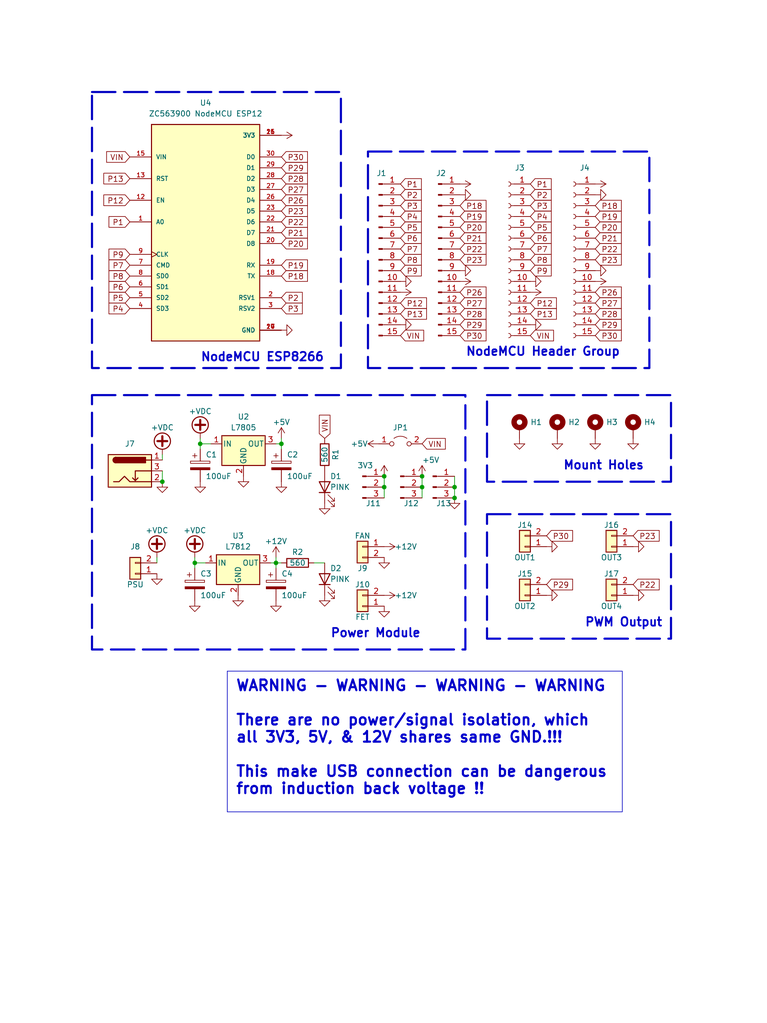
<source format=kicad_sch>
(kicad_sch (version 20230121) (generator eeschema)
  (paper "User" 180.01 240.005)
  (title_block (title "Lampunya Wira") (date "2024-08-07") (rev "A") (company "Unemployee, Inc"))
  (lib_symbols
    (symbol "Connector:Barrel_Jack_Switch" (pin_names hide)
      (property "Reference" "J" (at 0 5.334 0))
      (property "Value" "Barrel_Jack_Switch" (at 0 -5.08 0))
      (symbol "Barrel_Jack_Switch_0_1"
        (rectangle (start -5.08 3.81) (end 5.08 -3.81) (stroke (width 0.254)) (fill (type background)))
        (arc (start -3.302 3.175) (mid -3.9343 2.54) (end -3.302 1.905) (stroke (width 0.254)))
        (arc (start -3.302 3.175) (mid -3.9343 2.54) (end -3.302 1.905) (stroke (width 0.254)) (fill (type outline)))
        (polyline (pts (xy 1.27 -2.286) (xy 1.905 -1.651)) (stroke (width 0.254)))
        (polyline (pts (xy 5.08 2.54) (xy 3.81 2.54)) (stroke (width 0.254)))
        (polyline (pts (xy 5.08 0) (xy 1.27 0) (xy 1.27 -2.286) (xy 0.635 -1.651)) (stroke (width 0.254)))
        (polyline (pts (xy -3.81 -2.54) (xy -2.54 -2.54) (xy -1.27 -1.27) (xy 0 -2.54) (xy 2.54 -2.54) (xy 5.08 -2.54)) (stroke (width 0.254)))
        (rectangle (start 3.683 3.175) (end -3.302 1.905) (stroke (width 0.254)) (fill (type outline)))
      )
      (symbol "Barrel_Jack_Switch_1_1"
        (pin passive line (at 7.62 2.54 180) (length 2.54) (name "~") (number "1"))
        (pin passive line (at 7.62 -2.54 180) (length 2.54) (name "~") (number "2"))
        (pin passive line (at 7.62 0 180) (length 2.54) (name "~") (number "3"))
      )
    )
    (symbol "Connector:Conn_01x03_Pin" (pin_names (offset 1.016) hide)
      (property "Reference" "J" (at 0 5.08 0))
      (property "Value" "Conn_01x03_Pin" (at 0 -5.08 0))
      (symbol "Conn_01x03_Pin_1_1"
        (polyline (pts (xy 1.27 -2.54) (xy 0.8636 -2.54)) (stroke (width 0.1524)))
        (polyline (pts (xy 1.27 0) (xy 0.8636 0)) (stroke (width 0.1524)))
        (polyline (pts (xy 1.27 2.54) (xy 0.8636 2.54)) (stroke (width 0.1524)))
        (rectangle (start 0.8636 -2.413) (end 0 -2.667) (stroke (width 0.1524)) (fill (type outline)))
        (rectangle (start 0.8636 0.127) (end 0 -0.127) (stroke (width 0.1524)) (fill (type outline)))
        (rectangle (start 0.8636 2.667) (end 0 2.413) (stroke (width 0.1524)) (fill (type outline)))
        (pin passive line (at 5.08 2.54 180) (length 3.81) (name "Pin_1") (number "1"))
        (pin passive line (at 5.08 0 180) (length 3.81) (name "Pin_2") (number "2"))
        (pin passive line (at 5.08 -2.54 180) (length 3.81) (name "Pin_3") (number "3"))
      )
    )
    (symbol "Connector:Conn_01x15_Pin" (pin_names (offset 1.016) hide)
      (property "Reference" "J" (at 0 20.32 0))
      (property "Value" "Conn_01x15_Pin" (at 0 -20.32 0))
      (symbol "Conn_01x15_Pin_1_1"
        (polyline (pts (xy 1.27 -17.78) (xy 0.8636 -17.78)) (stroke (width 0.1524)))
        (polyline (pts (xy 1.27 -15.24) (xy 0.8636 -15.24)) (stroke (width 0.1524)))
        (polyline (pts (xy 1.27 -12.7) (xy 0.8636 -12.7)) (stroke (width 0.1524)))
        (polyline (pts (xy 1.27 -10.16) (xy 0.8636 -10.16)) (stroke (width 0.1524)))
        (polyline (pts (xy 1.27 -7.62) (xy 0.8636 -7.62)) (stroke (width 0.1524)))
        (polyline (pts (xy 1.27 -5.08) (xy 0.8636 -5.08)) (stroke (width 0.1524)))
        (polyline (pts (xy 1.27 -2.54) (xy 0.8636 -2.54)) (stroke (width 0.1524)))
        (polyline (pts (xy 1.27 0) (xy 0.8636 0)) (stroke (width 0.1524)))
        (polyline (pts (xy 1.27 2.54) (xy 0.8636 2.54)) (stroke (width 0.1524)))
        (polyline (pts (xy 1.27 5.08) (xy 0.8636 5.08)) (stroke (width 0.1524)))
        (polyline (pts (xy 1.27 7.62) (xy 0.8636 7.62)) (stroke (width 0.1524)))
        (polyline (pts (xy 1.27 10.16) (xy 0.8636 10.16)) (stroke (width 0.1524)))
        (polyline (pts (xy 1.27 12.7) (xy 0.8636 12.7)) (stroke (width 0.1524)))
        (polyline (pts (xy 1.27 15.24) (xy 0.8636 15.24)) (stroke (width 0.1524)))
        (polyline (pts (xy 1.27 17.78) (xy 0.8636 17.78)) (stroke (width 0.1524)))
        (rectangle (start 0.8636 -17.653) (end 0 -17.907) (stroke (width 0.1524)) (fill (type outline)))
        (rectangle (start 0.8636 -15.113) (end 0 -15.367) (stroke (width 0.1524)) (fill (type outline)))
        (rectangle (start 0.8636 -12.573) (end 0 -12.827) (stroke (width 0.1524)) (fill (type outline)))
        (rectangle (start 0.8636 -10.033) (end 0 -10.287) (stroke (width 0.1524)) (fill (type outline)))
        (rectangle (start 0.8636 -7.493) (end 0 -7.747) (stroke (width 0.1524)) (fill (type outline)))
        (rectangle (start 0.8636 -4.953) (end 0 -5.207) (stroke (width 0.1524)) (fill (type outline)))
        (rectangle (start 0.8636 -2.413) (end 0 -2.667) (stroke (width 0.1524)) (fill (type outline)))
        (rectangle (start 0.8636 0.127) (end 0 -0.127) (stroke (width 0.1524)) (fill (type outline)))
        (rectangle (start 0.8636 2.667) (end 0 2.413) (stroke (width 0.1524)) (fill (type outline)))
        (rectangle (start 0.8636 5.207) (end 0 4.953) (stroke (width 0.1524)) (fill (type outline)))
        (rectangle (start 0.8636 7.747) (end 0 7.493) (stroke (width 0.1524)) (fill (type outline)))
        (rectangle (start 0.8636 10.287) (end 0 10.033) (stroke (width 0.1524)) (fill (type outline)))
        (rectangle (start 0.8636 12.827) (end 0 12.573) (stroke (width 0.1524)) (fill (type outline)))
        (rectangle (start 0.8636 15.367) (end 0 15.113) (stroke (width 0.1524)) (fill (type outline)))
        (rectangle (start 0.8636 17.907) (end 0 17.653) (stroke (width 0.1524)) (fill (type outline)))
        (pin passive line (at 5.08 17.78 180) (length 3.81) (name "Pin_1") (number "1"))
        (pin passive line (at 5.08 -5.08 180) (length 3.81) (name "Pin_10") (number "10"))
        (pin passive line (at 5.08 -7.62 180) (length 3.81) (name "Pin_11") (number "11"))
        (pin passive line (at 5.08 -10.16 180) (length 3.81) (name "Pin_12") (number "12"))
        (pin passive line (at 5.08 -12.7 180) (length 3.81) (name "Pin_13") (number "13"))
        (pin passive line (at 5.08 -15.24 180) (length 3.81) (name "Pin_14") (number "14"))
        (pin passive line (at 5.08 -17.78 180) (length 3.81) (name "Pin_15") (number "15"))
        (pin passive line (at 5.08 15.24 180) (length 3.81) (name "Pin_2") (number "2"))
        (pin passive line (at 5.08 12.7 180) (length 3.81) (name "Pin_3") (number "3"))
        (pin passive line (at 5.08 10.16 180) (length 3.81) (name "Pin_4") (number "4"))
        (pin passive line (at 5.08 7.62 180) (length 3.81) (name "Pin_5") (number "5"))
        (pin passive line (at 5.08 5.08 180) (length 3.81) (name "Pin_6") (number "6"))
        (pin passive line (at 5.08 2.54 180) (length 3.81) (name "Pin_7") (number "7"))
        (pin passive line (at 5.08 0 180) (length 3.81) (name "Pin_8") (number "8"))
        (pin passive line (at 5.08 -2.54 180) (length 3.81) (name "Pin_9") (number "9"))
      )
    )
    (symbol "Connector:Conn_01x15_Socket" (pin_names (offset 1.016) hide)
      (property "Reference" "J" (at 0 20.32 0))
      (property "Value" "Conn_01x15_Socket" (at 0 -20.32 0))
      (symbol "Conn_01x15_Socket_1_1"
        (arc (start 0 -17.272) (mid -0.5058 -17.78) (end 0 -18.288) (stroke (width 0.1524)))
        (arc (start 0 -14.732) (mid -0.5058 -15.24) (end 0 -15.748) (stroke (width 0.1524)))
        (arc (start 0 -12.192) (mid -0.5058 -12.7) (end 0 -13.208) (stroke (width 0.1524)))
        (arc (start 0 -9.652) (mid -0.5058 -10.16) (end 0 -10.668) (stroke (width 0.1524)))
        (arc (start 0 -7.112) (mid -0.5058 -7.62) (end 0 -8.128) (stroke (width 0.1524)))
        (arc (start 0 -4.572) (mid -0.5058 -5.08) (end 0 -5.588) (stroke (width 0.1524)))
        (arc (start 0 -2.032) (mid -0.5058 -2.54) (end 0 -3.048) (stroke (width 0.1524)))
        (polyline (pts (xy -1.27 -17.78) (xy -0.508 -17.78)) (stroke (width 0.1524)))
        (polyline (pts (xy -1.27 -15.24) (xy -0.508 -15.24)) (stroke (width 0.1524)))
        (polyline (pts (xy -1.27 -12.7) (xy -0.508 -12.7)) (stroke (width 0.1524)))
        (polyline (pts (xy -1.27 -10.16) (xy -0.508 -10.16)) (stroke (width 0.1524)))
        (polyline (pts (xy -1.27 -7.62) (xy -0.508 -7.62)) (stroke (width 0.1524)))
        (polyline (pts (xy -1.27 -5.08) (xy -0.508 -5.08)) (stroke (width 0.1524)))
        (polyline (pts (xy -1.27 -2.54) (xy -0.508 -2.54)) (stroke (width 0.1524)))
        (polyline (pts (xy -1.27 0) (xy -0.508 0)) (stroke (width 0.1524)))
        (polyline (pts (xy -1.27 2.54) (xy -0.508 2.54)) (stroke (width 0.1524)))
        (polyline (pts (xy -1.27 5.08) (xy -0.508 5.08)) (stroke (width 0.1524)))
        (polyline (pts (xy -1.27 7.62) (xy -0.508 7.62)) (stroke (width 0.1524)))
        (polyline (pts (xy -1.27 10.16) (xy -0.508 10.16)) (stroke (width 0.1524)))
        (polyline (pts (xy -1.27 12.7) (xy -0.508 12.7)) (stroke (width 0.1524)))
        (polyline (pts (xy -1.27 15.24) (xy -0.508 15.24)) (stroke (width 0.1524)))
        (polyline (pts (xy -1.27 17.78) (xy -0.508 17.78)) (stroke (width 0.1524)))
        (arc (start 0 0.508) (mid -0.5058 0) (end 0 -0.508) (stroke (width 0.1524)))
        (arc (start 0 3.048) (mid -0.5058 2.54) (end 0 2.032) (stroke (width 0.1524)))
        (arc (start 0 5.588) (mid -0.5058 5.08) (end 0 4.572) (stroke (width 0.1524)))
        (arc (start 0 8.128) (mid -0.5058 7.62) (end 0 7.112) (stroke (width 0.1524)))
        (arc (start 0 10.668) (mid -0.5058 10.16) (end 0 9.652) (stroke (width 0.1524)))
        (arc (start 0 13.208) (mid -0.5058 12.7) (end 0 12.192) (stroke (width 0.1524)))
        (arc (start 0 15.748) (mid -0.5058 15.24) (end 0 14.732) (stroke (width 0.1524)))
        (arc (start 0 18.288) (mid -0.5058 17.78) (end 0 17.272) (stroke (width 0.1524)))
        (pin passive line (at -5.08 17.78 0) (length 3.81) (name "Pin_1") (number "1"))
        (pin passive line (at -5.08 -5.08 0) (length 3.81) (name "Pin_10") (number "10"))
        (pin passive line (at -5.08 -7.62 0) (length 3.81) (name "Pin_11") (number "11"))
        (pin passive line (at -5.08 -10.16 0) (length 3.81) (name "Pin_12") (number "12"))
        (pin passive line (at -5.08 -12.7 0) (length 3.81) (name "Pin_13") (number "13"))
        (pin passive line (at -5.08 -15.24 0) (length 3.81) (name "Pin_14") (number "14"))
        (pin passive line (at -5.08 -17.78 0) (length 3.81) (name "Pin_15") (number "15"))
        (pin passive line (at -5.08 15.24 0) (length 3.81) (name "Pin_2") (number "2"))
        (pin passive line (at -5.08 12.7 0) (length 3.81) (name "Pin_3") (number "3"))
        (pin passive line (at -5.08 10.16 0) (length 3.81) (name "Pin_4") (number "4"))
        (pin passive line (at -5.08 7.62 0) (length 3.81) (name "Pin_5") (number "5"))
        (pin passive line (at -5.08 5.08 0) (length 3.81) (name "Pin_6") (number "6"))
        (pin passive line (at -5.08 2.54 0) (length 3.81) (name "Pin_7") (number "7"))
        (pin passive line (at -5.08 0 0) (length 3.81) (name "Pin_8") (number "8"))
        (pin passive line (at -5.08 -2.54 0) (length 3.81) (name "Pin_9") (number "9"))
      )
    )
    (symbol "Connector_Generic:Conn_01x02" (pin_names (offset 1.016) hide)
      (property "Reference" "J" (at 0 2.54 0))
      (property "Value" "Conn_01x02" (at 0 -5.08 0))
      (symbol "Conn_01x02_1_1"
        (rectangle (start -1.27 -2.413) (end 0 -2.667) (stroke (width 0.1524)))
        (rectangle (start -1.27 0.127) (end 0 -0.127) (stroke (width 0.1524)))
        (rectangle (start -1.27 1.27) (end 1.27 -3.81) (stroke (width 0.254)) (fill (type background)))
        (pin passive line (at -5.08 0 0) (length 3.81) (name "Pin_1") (number "1"))
        (pin passive line (at -5.08 -2.54 0) (length 3.81) (name "Pin_2") (number "2"))
      )
    )
    (symbol "Device:C_Polarized" (pin_numbers hide) (pin_names (offset 0.254))
      (property "Reference" "C" (at 0.635 2.54 0))
      (property "Value" "C_Polarized" (at 0.635 -2.54 0))
      (symbol "C_Polarized_0_1"
        (rectangle (start -2.286 0.508) (end 2.286 1.016))
        (polyline (pts (xy -1.778 2.286) (xy -0.762 2.286)))
        (polyline (pts (xy -1.27 2.794) (xy -1.27 1.778)))
        (rectangle (start 2.286 -0.508) (end -2.286 -1.016) (fill (type outline)))
      )
      (symbol "C_Polarized_1_1"
        (pin passive line (at 0 3.81 270) (length 2.794) (name "~") (number "1"))
        (pin passive line (at 0 -3.81 90) (length 2.794) (name "~") (number "2"))
      )
    )
    (symbol "Device:LED" (pin_numbers hide) (pin_names (offset 1.016) hide)
      (property "Reference" "D" (at 0 2.54 0))
      (property "Value" "LED" (at 0 -2.54 0))
      (symbol "LED_0_1"
        (polyline (pts (xy -1.27 -1.27) (xy -1.27 1.27)) (stroke (width 0.254)))
        (polyline (pts (xy -1.27 0) (xy 1.27 0)))
        (polyline (pts (xy 1.27 -1.27) (xy 1.27 1.27) (xy -1.27 0) (xy 1.27 -1.27)) (stroke (width 0.254)))
        (polyline (pts (xy -3.048 -0.762) (xy -4.572 -2.286) (xy -3.81 -2.286) (xy -4.572 -2.286) (xy -4.572 -1.524)))
        (polyline (pts (xy -1.778 -0.762) (xy -3.302 -2.286) (xy -2.54 -2.286) (xy -3.302 -2.286) (xy -3.302 -1.524)))
      )
      (symbol "LED_1_1"
        (pin passive line (at -3.81 0 0) (length 2.54) (name "K") (number "1"))
        (pin passive line (at 3.81 0 180) (length 2.54) (name "A") (number "2"))
      )
    )
    (symbol "Device:R" (pin_numbers hide) (pin_names (offset 0))
      (property "Reference" "R" (at 2.032 0 90))
      (property "Value" "R" (at 0 0 90))
      (symbol "R_0_1"
        (rectangle (start -1.016 -2.54) (end 1.016 2.54) (stroke (width 0.254)))
      )
      (symbol "R_1_1"
        (pin passive line (at 0 3.81 270) (length 1.27) (name "~") (number "1"))
        (pin passive line (at 0 -3.81 90) (length 1.27) (name "~") (number "2"))
      )
    )
    (symbol "Jumper:Jumper_2_Open" (pin_names (offset 0) hide)
      (property "Reference" "JP" (at 0 2.794 0))
      (property "Value" "Jumper_2_Open" (at 0 -2.286 0))
      (symbol "Jumper_2_Open_0_0"
        (circle (center -2.032 0) (radius 0.508))
        (circle (center 2.032 0) (radius 0.508))
      )
      (symbol "Jumper_2_Open_0_1"
        (arc (start 1.524 1.27) (mid 0 1.778) (end -1.524 1.27))
      )
      (symbol "Jumper_2_Open_1_1"
        (pin passive line (at -5.08 0 0) (length 2.54) (name "A") (number "1"))
        (pin passive line (at 5.08 0 180) (length 2.54) (name "B") (number "2"))
      )
    )
    (symbol "Mechanical:MountingHole_Pad" (pin_numbers hide) (pin_names (offset 1.016) hide)
      (property "Reference" "H" (at 0 6.35 0))
      (property "Value" "MountingHole_Pad" (at 0 4.445 0))
      (symbol "MountingHole_Pad_0_1"
        (circle (center 0 1.27) (radius 1.27) (stroke (width 1.27)))
      )
      (symbol "MountingHole_Pad_1_1"
        (pin input line (at 0 -2.54 90) (length 2.54) (name "1") (number "1"))
      )
    )
    (symbol "Regulator_Linear:L7805" (pin_names (offset 0.254))
      (property "Reference" "U" (at -3.81 3.175 0))
      (property "Value" "L7805" (at 0 3.175 0))
      (symbol "L7805_0_1"
        (rectangle (start -5.08 1.905) (end 5.08 -5.08) (stroke (width 0.254)) (fill (type background)))
      )
      (symbol "L7805_1_1"
        (pin power_in line (at -7.62 0 0) (length 2.54) (name "IN") (number "1"))
        (pin power_in line (at 0 -7.62 90) (length 2.54) (name "GND") (number "2"))
        (pin power_out line (at 7.62 0 180) (length 2.54) (name "OUT") (number "3"))
      )
    )
    (symbol "Regulator_Linear:L7812" (pin_names (offset 0.254))
      (property "Reference" "U" (at -3.81 3.175 0))
      (property "Value" "L7812" (at 0 3.175 0))
      (symbol "L7812_0_1"
        (rectangle (start -5.08 1.905) (end 5.08 -5.08) (stroke (width 0.254)) (fill (type background)))
      )
      (symbol "L7812_1_1"
        (pin power_in line (at -7.62 0 0) (length 2.54) (name "IN") (number "1"))
        (pin power_in line (at 0 -7.62 90) (length 2.54) (name "GND") (number "2"))
        (pin power_out line (at 7.62 0 180) (length 2.54) (name "OUT") (number "3"))
      )
    )
    (symbol "ZC563900:ZC563900" (pin_names (offset 1.016))
      (property "Reference" "U" (at -12.7 26.035 0))
      (property "Value" "ZC563900" (at -12.7 -27.94 0))
      (symbol "ZC563900_0_0"
        (rectangle (start -12.7 -25.4) (end 12.7 25.4) (stroke (width 0.254)) (fill (type background)))
        (pin input line (at -17.78 2.54 0) (length 5.08) (name "A0") (number "1"))
        (pin power_in line (at 17.78 -22.86 180) (length 5.08) (name "GND") (number "10"))
        (pin power_in line (at 17.78 22.86 180) (length 5.08) (name "3V3") (number "11"))
        (pin input line (at -17.78 7.62 0) (length 5.08) (name "EN") (number "12"))
        (pin input line (at -17.78 12.7 0) (length 5.08) (name "RST") (number "13"))
        (pin power_in line (at 17.78 -22.86 180) (length 5.08) (name "GND") (number "14"))
        (pin input line (at -17.78 17.78 0) (length 5.08) (name "VIN") (number "15"))
        (pin power_in line (at 17.78 22.86 180) (length 5.08) (name "3V3") (number "16"))
        (pin power_in line (at 17.78 -22.86 180) (length 5.08) (name "GND") (number "17"))
        (pin bidirectional line (at 17.78 -10.16 180) (length 5.08) (name "TX") (number "18"))
        (pin bidirectional line (at 17.78 -7.62 180) (length 5.08) (name "RX") (number "19"))
        (pin passive line (at 17.78 -15.24 180) (length 5.08) (name "RSV1") (number "2"))
        (pin bidirectional line (at 17.78 -2.54 180) (length 5.08) (name "D8") (number "20"))
        (pin bidirectional line (at 17.78 0 180) (length 5.08) (name "D7") (number "21"))
        (pin bidirectional line (at 17.78 2.54 180) (length 5.08) (name "D6") (number "22"))
        (pin bidirectional line (at 17.78 5.08 180) (length 5.08) (name "D5") (number "23"))
        (pin power_in line (at 17.78 -22.86 180) (length 5.08) (name "GND") (number "24"))
        (pin power_in line (at 17.78 22.86 180) (length 5.08) (name "3V3") (number "25"))
        (pin bidirectional line (at 17.78 7.62 180) (length 5.08) (name "D4") (number "26"))
        (pin bidirectional line (at 17.78 10.16 180) (length 5.08) (name "D3") (number "27"))
        (pin bidirectional line (at 17.78 12.7 180) (length 5.08) (name "D2") (number "28"))
        (pin bidirectional line (at 17.78 15.24 180) (length 5.08) (name "D1") (number "29"))
        (pin passive line (at 17.78 -17.78 180) (length 5.08) (name "RSV2") (number "3"))
        (pin bidirectional line (at 17.78 17.78 180) (length 5.08) (name "D0") (number "30"))
        (pin bidirectional line (at -17.78 -17.78 0) (length 5.08) (name "SD3") (number "4"))
        (pin bidirectional line (at -17.78 -15.24 0) (length 5.08) (name "SD2") (number "5"))
        (pin bidirectional line (at -17.78 -12.7 0) (length 5.08) (name "SD1") (number "6"))
        (pin input line (at -17.78 -7.62 0) (length 5.08) (name "CMD") (number "7"))
        (pin bidirectional line (at -17.78 -10.16 0) (length 5.08) (name "SD0") (number "8"))
        (pin input clock (at -17.78 -5.08 0) (length 5.08) (name "CLK") (number "9"))
      )
    )
    (symbol "power:+12V" (power) (pin_names (offset 0))
      (property "Value" "+12V" (at 0 3.556 0))
      (symbol "+12V_0_1"
        (polyline (pts (xy -0.762 1.27) (xy 0 2.54)))
        (polyline (pts (xy 0 0) (xy 0 2.54)))
        (polyline (pts (xy 0 2.54) (xy 0.762 1.27)))
      )
      (symbol "+12V_1_1"
        (pin power_in line (at 0 0 90) (length 0) hide (name "+12V") (number "1"))
      )
    )
    (symbol "power:+5V" (power) (pin_names (offset 0))
      (property "Value" "+5V" (at 0 3.556 0))
      (symbol "+5V_0_1"
        (polyline (pts (xy -0.762 1.27) (xy 0 2.54)))
        (polyline (pts (xy 0 0) (xy 0 2.54)))
        (polyline (pts (xy 0 2.54) (xy 0.762 1.27)))
      )
      (symbol "+5V_1_1"
        (pin power_in line (at 0 0 90) (length 0) hide (name "+5V") (number "1"))
      )
    )
    (symbol "power:+VDC" (power) (pin_names (offset 0))
      (property "Value" "+VDC" (at 0 6.35 0))
      (symbol "+VDC_0_1"
        (polyline (pts (xy -1.143 3.175) (xy 1.143 3.175)) (stroke (width 0.508)))
        (polyline (pts (xy 0 0) (xy 0 1.27)))
        (polyline (pts (xy 0 2.032) (xy 0 4.318)) (stroke (width 0.508)))
        (circle (center 0 3.175) (radius 1.905) (stroke (width 0.254)))
      )
      (symbol "+VDC_1_1"
        (pin power_in line (at 0 0 90) (length 0) hide (name "+VDC") (number "1"))
      )
    )
    (symbol "power:GND" (power) (pin_names (offset 0))
      (property "Value" "GND" (at 0 -3.81 0))
      (symbol "GND_0_1"
        (polyline (pts (xy 0 0) (xy 0 -1.27) (xy 1.27 -1.27) (xy 0 -2.54) (xy -1.27 -1.27) (xy 0 -1.27)))
      )
      (symbol "GND_1_1"
        (pin power_in line (at 0 0 270) (length 0) hide (name "GND") (number "1"))
      )
    )
    (symbol "power:VDD" (power) (pin_names (offset 0))
      (property "Value" "VDD" (at 0 3.81 0))
      (symbol "VDD_0_1"
        (polyline (pts (xy -0.762 1.27) (xy 0 2.54)))
        (polyline (pts (xy 0 0) (xy 0 2.54)))
        (polyline (pts (xy 0 2.54) (xy 0.762 1.27)))
      )
      (symbol "VDD_1_1"
        (pin power_in line (at 0 0 90) (length 0) hide (name "VDD") (number "1"))
      )
    )
  )
  (junction (at 64.77 132.08))
  (junction (at 106.68 114.3))
  (junction (at 90.17 114.3))
  (junction (at 90.17 111.76))
  (junction (at 106.68 116.84))
  (junction (at 46.99 104.14))
  (junction (at 99.06 114.3))
  (junction (at 38.1 113.03))
  (junction (at 99.06 111.76))
  (junction (at 45.72 132.08))
  (junction (at 66.04 104.14))
  (wire (pts (xy 36.83 130.81) (xy 36.83 132.08)))
  (wire (pts (xy 38.1 110.49) (xy 38.1 113.03)))
  (wire (pts (xy 45.72 130.81) (xy 45.72 132.08)))
  (wire (pts (xy 99.06 111.76) (xy 99.06 114.3)))
  (wire (pts (xy 46.99 102.87) (xy 46.99 104.14)))
  (wire (pts (xy 73.66 132.08) (xy 76.2 132.08)))
  (wire (pts (xy 46.99 104.14) (xy 46.99 105.41)))
  (wire (pts (xy 63.5 132.08) (xy 64.77 132.08)))
  (wire (pts (xy 66.04 102.87) (xy 66.04 104.14)))
  (wire (pts (xy 64.77 132.08) (xy 64.77 133.35)))
  (wire (pts (xy 66.04 104.14) (xy 66.04 105.41)))
  (wire (pts (xy 90.17 114.3) (xy 90.17 116.84)))
  (wire (pts (xy 90.17 111.76) (xy 90.17 114.3)))
  (wire (pts (xy 45.72 132.08) (xy 45.72 133.35)))
  (wire (pts (xy 99.06 114.3) (xy 99.06 116.84)))
  (wire (pts (xy 106.68 111.76) (xy 106.68 114.3)))
  (wire (pts (xy 38.1 106.68) (xy 38.1 107.95)))
  (wire (pts (xy 106.68 114.3) (xy 106.68 116.84)))
  (wire (pts (xy 45.72 132.08) (xy 48.26 132.08)))
  (wire (pts (xy 64.77 130.81) (xy 64.77 132.08)))
  (wire (pts (xy 64.77 132.08) (xy 66.04 132.08)))
  (wire (pts (xy 46.99 104.14) (xy 49.53 104.14)))
  (wire (pts (xy 64.77 104.14) (xy 66.04 104.14)))
  (rectangle (start 114.3 120.65) (end 157.48 149.86) (stroke (width 0.5) (type dash)))
  (rectangle (start 114.3 92.71) (end 157.48 113.03) (stroke (width 0.5) (type dash)))
  (rectangle (start 21.59 92.71) (end 109.22 152.4) (stroke (width 0.5) (type dash)))
  (rectangle (start 86.36 35.56) (end 152.4 86.36) (stroke (width 0.5) (type dash)))
  (rectangle (start 21.59 21.59) (end 80.01 86.36) (stroke (width 0.5) (type dash)))
  (text_box "WARNING - WARNING - WARNING - WARNING\n\nThere are no power/signal isolation, which all 3V3, 5V, & 12V shares same GND.!!!\n\nThis make USB connection can be dangerous from induction back voltage !! " (at 53.34 157.48 0) (size 92.71 33.02) (effects (font (size 2.5 2.5) (thickness 0.5) bold) (justify left top)))
  (text "NodeMCU Header Group" (at 109.22 83.82 0) (effects (font (size 2 2) (thickness 0.4) bold) (justify left bottom)))
  (text "Mount Holes\n" (at 132.08 110.49 0) (effects (font (size 2 2) (thickness 0.4) bold) (justify left bottom)))
  (text "NodeMCU ESP8266" (at 46.99 85.09 0) (effects (font (size 2 2) (thickness 0.4) bold) (justify left bottom)))
  (text "PWM Output" (at 137.16 147.32 0) (effects (font (size 2 2) (thickness 0.4) bold) (justify left bottom)))
  (text "Power Module" (at 77.47 149.86 0) (effects (font (size 2 2) (thickness 0.4) bold) (justify left bottom)))
  (global_label "P1" (shape input) (at 93.98 43.18 0) (property "Intersheetrefs" "${INTERSHEET_REFS}" (effects hide)))
  (global_label "P26" (shape input) (at 139.7 68.58 0) (property "Intersheetrefs" "${INTERSHEET_REFS}" (effects hide)))
  (global_label "P2" (shape input) (at 124.46 45.72 0) (property "Intersheetrefs" "${INTERSHEET_REFS}" (effects hide)))
  (global_label "P5" (shape input) (at 124.46 53.34 0) (property "Intersheetrefs" "${INTERSHEET_REFS}" (effects hide)))
  (global_label "P8" (shape input) (at 124.46 60.96 0) (property "Intersheetrefs" "${INTERSHEET_REFS}" (effects hide)))
  (global_label "P26" (shape input) (at 66.04 46.99 0) (property "Intersheetrefs" "${INTERSHEET_REFS}" (effects hide)))
  (global_label "P22" (shape input) (at 107.95 58.42 0) (property "Intersheetrefs" "${INTERSHEET_REFS}" (effects hide)))
  (global_label "P2" (shape input) (at 66.04 69.85 0) (property "Intersheetrefs" "${INTERSHEET_REFS}" (effects hide)))
  (global_label "P1" (shape input) (at 124.46 43.18 0) (property "Intersheetrefs" "${INTERSHEET_REFS}" (effects hide)))
  (global_label "P20" (shape input) (at 139.7 53.34 0) (property "Intersheetrefs" "${INTERSHEET_REFS}" (effects hide)))
  (global_label "P19" (shape input) (at 139.7 50.8 0) (property "Intersheetrefs" "${INTERSHEET_REFS}" (effects hide)))
  (global_label "P21" (shape input) (at 107.95 55.88 0) (property "Intersheetrefs" "${INTERSHEET_REFS}" (effects hide)))
  (global_label "P23" (shape input) (at 66.04 49.53 0) (property "Intersheetrefs" "${INTERSHEET_REFS}" (effects hide)))
  (global_label "P29" (shape input) (at 139.7 76.2 0) (property "Intersheetrefs" "${INTERSHEET_REFS}" (effects hide)))
  (global_label "VIN" (shape input) (at 93.98 78.74 0) (property "Intersheetrefs" "${INTERSHEET_REFS}" (effects hide)))
  (global_label "P27" (shape input) (at 66.04 44.45 0) (property "Intersheetrefs" "${INTERSHEET_REFS}" (effects hide)))
  (global_label "P26" (shape input) (at 107.95 68.58 0) (property "Intersheetrefs" "${INTERSHEET_REFS}" (effects hide)))
  (global_label "VIN" (shape input) (at 99.06 104.14 0) (property "Intersheetrefs" "${INTERSHEET_REFS}" (effects hide)))
  (global_label "P27" (shape input) (at 107.95 71.12 0) (property "Intersheetrefs" "${INTERSHEET_REFS}" (effects hide)))
  (global_label "P21" (shape input) (at 66.04 54.61 0) (property "Intersheetrefs" "${INTERSHEET_REFS}" (effects hide)))
  (global_label "P28" (shape input) (at 139.7 73.66 0) (property "Intersheetrefs" "${INTERSHEET_REFS}" (effects hide)))
  (global_label "P9" (shape input) (at 124.46 63.5 0) (property "Intersheetrefs" "${INTERSHEET_REFS}" (effects hide)))
  (global_label "P4" (shape input) (at 30.48 72.39 180) (property "Intersheetrefs" "${INTERSHEET_REFS}" (effects hide)))
  (global_label "P27" (shape input) (at 139.7 71.12 0) (property "Intersheetrefs" "${INTERSHEET_REFS}" (effects hide)))
  (global_label "P12" (shape input) (at 124.46 71.12 0) (property "Intersheetrefs" "${INTERSHEET_REFS}" (effects hide)))
  (global_label "P12" (shape input) (at 30.48 46.99 180) (property "Intersheetrefs" "${INTERSHEET_REFS}" (effects hide)))
  (global_label "P23" (shape input) (at 107.95 60.96 0) (property "Intersheetrefs" "${INTERSHEET_REFS}" (effects hide)))
  (global_label "P12" (shape input) (at 93.98 71.12 0) (property "Intersheetrefs" "${INTERSHEET_REFS}" (effects hide)))
  (global_label "P28" (shape input) (at 107.95 73.66 0) (property "Intersheetrefs" "${INTERSHEET_REFS}" (effects hide)))
  (global_label "P30" (shape input) (at 66.04 36.83 0) (property "Intersheetrefs" "${INTERSHEET_REFS}" (effects hide)))
  (global_label "P23" (shape input) (at 148.59 125.73 0) (property "Intersheetrefs" "${INTERSHEET_REFS}" (effects hide)))
  (global_label "P6" (shape input) (at 30.48 67.31 180) (property "Intersheetrefs" "${INTERSHEET_REFS}" (effects hide)))
  (global_label "P8" (shape input) (at 30.48 64.77 180) (property "Intersheetrefs" "${INTERSHEET_REFS}" (effects hide)))
  (global_label "P29" (shape input) (at 66.04 39.37 0) (property "Intersheetrefs" "${INTERSHEET_REFS}" (effects hide)))
  (global_label "P30" (shape input) (at 139.7 78.74 0) (property "Intersheetrefs" "${INTERSHEET_REFS}" (effects hide)))
  (global_label "P19" (shape input) (at 107.95 50.8 0) (property "Intersheetrefs" "${INTERSHEET_REFS}" (effects hide)))
  (global_label "P4" (shape input) (at 93.98 50.8 0) (property "Intersheetrefs" "${INTERSHEET_REFS}" (effects hide)))
  (global_label "P30" (shape input) (at 107.95 78.74 0) (property "Intersheetrefs" "${INTERSHEET_REFS}" (effects hide)))
  (global_label "P19" (shape input) (at 66.04 62.23 0) (property "Intersheetrefs" "${INTERSHEET_REFS}" (effects hide)))
  (global_label "P29" (shape input) (at 107.95 76.2 0) (property "Intersheetrefs" "${INTERSHEET_REFS}" (effects hide)))
  (global_label "P13" (shape input) (at 30.48 41.91 180) (property "Intersheetrefs" "${INTERSHEET_REFS}" (effects hide)))
  (global_label "P7" (shape input) (at 30.48 62.23 180) (property "Intersheetrefs" "${INTERSHEET_REFS}" (effects hide)))
  (global_label "P29" (shape input) (at 128.27 137.16 0) (property "Intersheetrefs" "${INTERSHEET_REFS}" (effects hide)))
  (global_label "P5" (shape input) (at 93.98 53.34 0) (property "Intersheetrefs" "${INTERSHEET_REFS}" (effects hide)))
  (global_label "P28" (shape input) (at 66.04 41.91 0) (property "Intersheetrefs" "${INTERSHEET_REFS}" (effects hide)))
  (global_label "P20" (shape input) (at 66.04 57.15 0) (property "Intersheetrefs" "${INTERSHEET_REFS}" (effects hide)))
  (global_label "P13" (shape input) (at 124.46 73.66 0) (property "Intersheetrefs" "${INTERSHEET_REFS}" (effects hide)))
  (global_label "P1" (shape input) (at 30.48 52.07 180) (property "Intersheetrefs" "${INTERSHEET_REFS}" (effects hide)))
  (global_label "P18" (shape input) (at 107.95 48.26 0) (property "Intersheetrefs" "${INTERSHEET_REFS}" (effects hide)))
  (global_label "P3" (shape input) (at 93.98 48.26 0) (property "Intersheetrefs" "${INTERSHEET_REFS}" (effects hide)))
  (global_label "P18" (shape input) (at 66.04 64.77 0) (property "Intersheetrefs" "${INTERSHEET_REFS}" (effects hide)))
  (global_label "P30" (shape input) (at 128.27 125.73 0) (property "Intersheetrefs" "${INTERSHEET_REFS}" (effects hide)))
  (global_label "P22" (shape input) (at 66.04 52.07 0) (property "Intersheetrefs" "${INTERSHEET_REFS}" (effects hide)))
  (global_label "P6" (shape input) (at 124.46 55.88 0) (property "Intersheetrefs" "${INTERSHEET_REFS}" (effects hide)))
  (global_label "P4" (shape input) (at 124.46 50.8 0) (property "Intersheetrefs" "${INTERSHEET_REFS}" (effects hide)))
  (global_label "P13" (shape input) (at 93.98 73.66 0) (property "Intersheetrefs" "${INTERSHEET_REFS}" (effects hide)))
  (global_label "VIN" (shape input) (at 124.46 78.74 0) (property "Intersheetrefs" "${INTERSHEET_REFS}" (effects hide)))
  (global_label "VIN" (shape input) (at 76.2 102.87 90) (property "Intersheetrefs" "${INTERSHEET_REFS}" (effects hide)))
  (global_label "P22" (shape input) (at 148.59 137.16 0) (property "Intersheetrefs" "${INTERSHEET_REFS}" (effects hide)))
  (global_label "P7" (shape input) (at 124.46 58.42 0) (property "Intersheetrefs" "${INTERSHEET_REFS}" (effects hide)))
  (global_label "P7" (shape input) (at 93.98 58.42 0) (property "Intersheetrefs" "${INTERSHEET_REFS}" (effects hide)))
  (global_label "P8" (shape input) (at 93.98 60.96 0) (property "Intersheetrefs" "${INTERSHEET_REFS}" (effects hide)))
  (global_label "P9" (shape input) (at 30.48 59.69 180) (property "Intersheetrefs" "${INTERSHEET_REFS}" (effects hide)))
  (global_label "P22" (shape input) (at 139.7 58.42 0) (property "Intersheetrefs" "${INTERSHEET_REFS}" (effects hide)))
  (global_label "P23" (shape input) (at 139.7 60.96 0) (property "Intersheetrefs" "${INTERSHEET_REFS}" (effects hide)))
  (global_label "P3" (shape input) (at 124.46 48.26 0) (property "Intersheetrefs" "${INTERSHEET_REFS}" (effects hide)))
  (global_label "P20" (shape input) (at 107.95 53.34 0) (property "Intersheetrefs" "${INTERSHEET_REFS}" (effects hide)))
  (global_label "VIN" (shape input) (at 30.48 36.83 180) (property "Intersheetrefs" "${INTERSHEET_REFS}" (effects hide)))
  (global_label "P2" (shape input) (at 93.98 45.72 0) (property "Intersheetrefs" "${INTERSHEET_REFS}" (effects hide)))
  (global_label "P5" (shape input) (at 30.48 69.85 180) (property "Intersheetrefs" "${INTERSHEET_REFS}" (effects hide)))
  (global_label "P3" (shape input) (at 66.04 72.39 0) (property "Intersheetrefs" "${INTERSHEET_REFS}" (effects hide)))
  (global_label "P6" (shape input) (at 93.98 55.88 0) (property "Intersheetrefs" "${INTERSHEET_REFS}" (effects hide)))
  (global_label "P9" (shape input) (at 93.98 63.5 0) (property "Intersheetrefs" "${INTERSHEET_REFS}" (effects hide)))
  (global_label "P21" (shape input) (at 139.7 55.88 0) (property "Intersheetrefs" "${INTERSHEET_REFS}" (effects hide)))
  (global_label "P18" (shape input) (at 139.7 48.26 0) (property "Intersheetrefs" "${INTERSHEET_REFS}" (effects hide)))
  (symbol (lib_id "power:+VDC") (at 45.72 130.81 0) (unit 1)
    (property "Reference" "#PWR038" (effects hide))
    (property "Value" "+VDC" (at 45.72 124.46 0))
  )
  (symbol (lib_id "Regulator_Linear:L7812") (at 55.88 132.08 0) (unit 1)
    (property "Reference" "U3" (at 55.88 125.73 0))
    (property "Value" "L7812" (at 55.88 128.27 0))
    (property "Footprint" "Package_TO_SOT_THT:TO-220F-3_Vertical" (effects hide))
    (property "Datasheet" "http://www.st.com/content/ccc/resource/technical/document/datasheet/41/4f/b3/b0/12/d4/47/88/CD00000444.pdf/files/CD00000444.pdf/jcr:content/translations/en.CD00000444.pdf" (effects hide))
  )
  (symbol (lib_id "Connector:Conn_01x15_Socket") (at 119.38 60.96 0) (mirror y) (unit 1)
    (property "Reference" "J3" (at 123.19 39.37 0) (effects (justify left)))
    (property "Value" "Conn_01x15_Socket" (effects hide))
    (property "Footprint" "Connector_PinSocket_2.54mm:PinSocket_1x15_P2.54mm_Vertical" (effects hide))
  )
  (symbol (lib_id "Device:R") (at 76.2 106.68 0) (unit 1)
    (property "Reference" "R1" (at 78.74 106.68 90))
    (property "Value" "560" (at 76.2 106.68 90))
    (property "Footprint" "Resistor_THT:R_Axial_DIN0207_L6.3mm_D2.5mm_P7.62mm_Horizontal" (effects hide))
  )
  (symbol (lib_id "power:GND") (at 64.77 140.97 0) (unit 1)
    (property "Reference" "#PWR034" (effects hide))
    (property "Value" "GND" (effects hide))
  )
  (symbol (lib_id "power:+5V") (at 99.06 111.76 0) (unit 1)
    (property "Reference" "#PWR051" (effects hide))
    (property "Value" "+5V" (at 99.06 107.95 0) (effects (justify left)))
  )
  (symbol (lib_id "power:GND") (at 139.7 102.87 0) (unit 1)
    (property "Reference" "#PWR059" (effects hide))
    (property "Value" "GND" (effects hide))
  )
  (symbol (lib_id "power:GND") (at 36.83 134.62 0) (unit 1)
    (property "Reference" "#PWR044" (effects hide))
    (property "Value" "GND" (effects hide))
  )
  (symbol (lib_id "power:GND") (at 57.15 111.76 0) (unit 1)
    (property "Reference" "#PWR030" (effects hide))
    (property "Value" "GND" (effects hide))
  )
  (symbol (lib_id "power:GND") (at 93.98 76.2 90) (mirror x) (unit 1)
    (property "Reference" "#PWR014" (effects hide))
    (property "Value" "GND" (effects hide))
  )
  (symbol (lib_id "power:GND") (at 124.46 76.2 90) (mirror x) (unit 1)
    (property "Reference" "#PWR021" (effects hide))
    (property "Value" "GND" (effects hide))
  )
  (symbol (lib_id "Connector_Generic:Conn_01x02") (at 85.09 142.24 180) (unit 1)
    (property "Reference" "J10" (at 85.09 137.16 0))
    (property "Value" "FET" (at 85.09 144.78 0))
    (property "Footprint" "TerminalBlock:TerminalBlock_Altech_AK300-2_P5.00mm" (effects hide))
  )
  (symbol (lib_id "power:GND") (at 107.95 45.72 90) (mirror x) (unit 1)
    (property "Reference" "#PWR010" (effects hide))
    (property "Value" "GND" (effects hide))
  )
  (symbol (lib_id "power:+VDC") (at 38.1 106.68 0) (unit 1)
    (property "Reference" "#PWR041" (effects hide))
    (property "Value" "+VDC" (at 38.1 100.33 0))
  )
  (symbol (lib_id "power:+12V") (at 90.17 139.7 270) (unit 1)
    (property "Reference" "#PWR048" (effects hide))
    (property "Value" "+12V" (at 95.25 139.7 90))
  )
  (symbol (lib_id "Connector_Generic:Conn_01x02") (at 143.51 128.27 180) (unit 1)
    (property "Reference" "J16" (at 143.51 123.19 0))
    (property "Value" "OUT3" (at 143.51 130.81 0))
    (property "Footprint" "TerminalBlock:TerminalBlock_Altech_AK300-2_P5.00mm" (effects hide))
  )
  (symbol (lib_id "power:+VDC") (at 46.99 102.87 0) (unit 1)
    (property "Reference" "#PWR029" (effects hide))
    (property "Value" "+VDC" (at 46.99 96.52 0))
  )
  (symbol (lib_id "power:+5V") (at 88.9 104.14 90) (unit 1)
    (property "Reference" "#PWR045" (effects hide))
    (property "Value" "+5V" (at 86.36 104.14 90) (effects (justify left)))
  )
  (symbol (lib_id "power:GND") (at 148.59 128.27 90) (unit 1)
    (property "Reference" "#PWR056" (effects hide))
    (property "Value" "GND" (effects hide))
  )
  (symbol (lib_id "power:+12V") (at 64.77 130.81 0) (unit 1)
    (property "Reference" "#PWR037" (effects hide))
    (property "Value" "+12V" (at 64.77 127 0))
  )
  (symbol (lib_id "Mechanical:MountingHole_Pad") (at 130.81 100.33 0) (unit 1)
    (property "Reference" "H2" (at 133.35 99.06 0) (effects (justify left)))
    (property "Value" "MountingHole_Pad" (effects hide))
    (property "Footprint" "MountingHole:MountingHole_2.5mm_Pad" (effects hide))
  )
  (symbol (lib_id "power:VDD") (at 139.7 43.18 270) (mirror x) (unit 1)
    (property "Reference" "#PWR015" (effects hide))
    (property "Value" "VDD" (effects hide))
  )
  (symbol (lib_id "power:GND") (at 124.46 66.04 90) (mirror x) (unit 1)
    (property "Reference" "#PWR019" (effects hide))
    (property "Value" "GND" (effects hide))
  )
  (symbol (lib_id "Mechanical:MountingHole_Pad") (at 148.59 100.33 0) (unit 1)
    (property "Reference" "H4" (at 151.13 99.06 0) (effects (justify left)))
    (property "Value" "MountingHole_Pad" (effects hide))
    (property "Footprint" "MountingHole:MountingHole_2.5mm_Pad" (effects hide))
  )
  (symbol (lib_id "power:GND") (at 130.81 102.87 0) (unit 1)
    (property "Reference" "#PWR058" (effects hide))
    (property "Value" "GND" (effects hide))
  )
  (symbol (lib_id "Connector:Conn_01x03_Pin") (at 93.98 114.3 0) (unit 1)
    (property "Reference" "J12" (at 96.52 118.11 0))
    (property "Value" "5V" (effects hide))
    (property "Footprint" "Connector_PinHeader_2.54mm:PinHeader_1x03_P2.54mm_Vertical" (effects hide))
  )
  (symbol (lib_id "power:+12V") (at 90.17 128.27 270) (unit 1)
    (property "Reference" "#PWR046" (effects hide))
    (property "Value" "+12V" (at 95.25 128.27 90))
  )
  (symbol (lib_id "Connector:Conn_01x15_Pin") (at 102.87 60.96 0) (unit 1)
    (property "Reference" "J2" (at 103.505 40.64 0))
    (property "Value" "Conn_01x15_Pin" (effects hide))
    (property "Footprint" "Connector_PinHeader_2.54mm:PinHeader_1x15_P2.54mm_Vertical" (effects hide))
  )
  (symbol (lib_id "power:GND") (at 45.72 140.97 0) (unit 1)
    (property "Reference" "#PWR036" (effects hide))
    (property "Value" "GND" (effects hide))
  )
  (symbol (lib_id "power:GND") (at 38.1 113.03 0) (unit 1)
    (property "Reference" "#PWR042" (effects hide))
    (property "Value" "GND" (effects hide))
  )
  (symbol (lib_id "Connector_Generic:Conn_01x02") (at 123.19 128.27 180) (unit 1)
    (property "Reference" "J14" (at 123.19 123.19 0))
    (property "Value" "OUT1" (at 123.19 130.81 0))
    (property "Footprint" "TerminalBlock:TerminalBlock_Altech_AK300-2_P5.00mm" (effects hide))
  )
  (symbol (lib_id "power:GND") (at 76.2 139.7 0) (unit 1)
    (property "Reference" "#PWR040" (effects hide))
    (property "Value" "GND" (effects hide))
  )
  (symbol (lib_id "power:VDD") (at 66.04 31.75 270) (unit 1)
    (property "Reference" "#PWR022" (effects hide))
    (property "Value" "VDD" (effects hide))
  )
  (symbol (lib_id "power:VDD") (at 107.95 66.04 270) (mirror x) (unit 1)
    (property "Reference" "#PWR08" (effects hide))
    (property "Value" "VDD" (effects hide))
  )
  (symbol (lib_id "Connector_Generic:Conn_01x02") (at 85.09 128.27 0) (mirror y) (unit 1)
    (property "Reference" "J9" (at 85.09 133.35 0))
    (property "Value" "FAN" (at 85.09 125.73 0))
    (property "Footprint" "Connector_JST:JST_XH_B2B-XH-A_1x02_P2.50mm_Vertical" (effects hide))
  )
  (symbol (lib_id "Device:C_Polarized") (at 46.99 109.22 0) (unit 1)
    (property "Reference" "C1" (at 48.26 106.68 0) (effects (justify left)))
    (property "Value" "100uF" (at 48.26 111.76 0) (effects (justify left)))
    (property "Footprint" "Capacitor_THT:CP_Radial_D5.0mm_P2.50mm" (effects hide))
  )
  (symbol (lib_id "Connector:Conn_01x03_Pin") (at 101.6 114.3 0) (unit 1)
    (property "Reference" "J13" (at 104.14 118.11 0))
    (property "Value" "GND" (effects hide))
    (property "Footprint" "Connector_PinHeader_2.54mm:PinHeader_1x03_P2.54mm_Vertical" (effects hide))
  )
  (symbol (lib_id "power:GND") (at 148.59 102.87 0) (unit 1)
    (property "Reference" "#PWR060" (effects hide))
    (property "Value" "GND" (effects hide))
  )
  (symbol (lib_id "ZC563900:ZC563900") (at 48.26 54.61 0) (unit 1)
    (property "Reference" "U4" (at 48.26 24.13 0))
    (property "Value" "ZC563900 NodeMCU ESP12" (at 48.26 26.67 0))
    (property "Footprint" "NodeMCU:MODULE_ZC563900" (effects hide))
    (property "MF" "YKS" (effects hide))
    (property "MAXIMUM_PACKAGE_HEIGHT" "N/A" (effects hide))
    (property "Package" "None" (effects hide))
    (property "Price" "None" (effects hide))
    (property "Check_prices" "https://www.snapeda.com/parts/ZC563900/YKS/view-part/?ref=eda" (effects hide))
    (property "STANDARD" "Manufacturer Recommendations" (effects hide))
    (property "PARTREV" "1.0" (effects hide))
    (property "SnapEDA_Link" "https://www.snapeda.com/parts/ZC563900/YKS/view-part/?ref=snap" (effects hide))
    (property "MP" "ZC563900" (effects hide))
    (property "Description" "\nNodeMcu Lua ESP8266 WIFI Internet of Things Network Development Module Board\n" (effects hide))
    (property "Availability" "Not in stock" (effects hide))
    (property "MANUFACTURER" "YKS" (effects hide))
  )
  (symbol (lib_id "Device:LED") (at 76.2 135.89 90) (unit 1)
    (property "Reference" "D2" (at 77.47 133.35 90) (effects (justify right)))
    (property "Value" "PINK" (at 77.47 135.89 90) (effects (justify right)))
    (property "Footprint" "LED_THT:LED_D3.0mm" (effects hide))
  )
  (symbol (lib_id "power:GND") (at 139.7 45.72 90) (mirror x) (unit 1)
    (property "Reference" "#PWR016" (effects hide))
    (property "Value" "GND" (effects hide))
  )
  (symbol (lib_id "power:GND") (at 107.95 63.5 90) (mirror x) (unit 1)
    (property "Reference" "#PWR09" (effects hide))
    (property "Value" "GND" (effects hide))
  )
  (symbol (lib_id "Connector:Barrel_Jack_Switch") (at 30.48 110.49 0) (unit 1)
    (property "Reference" "J7" (at 30.48 104.14 0))
    (property "Value" "Barrel_Jack_Switch" (effects hide))
    (property "Footprint" "Connector_BarrelJack:BarrelJack_Horizontal" (effects hide))
  )
  (symbol (lib_id "power:+VDC") (at 36.83 130.81 0) (unit 1)
    (property "Reference" "#PWR043" (effects hide))
    (property "Value" "+VDC" (at 36.83 124.46 0))
  )
  (symbol (lib_id "power:GND") (at 66.04 77.47 90) (unit 1)
    (property "Reference" "#PWR023" (effects hide))
    (property "Value" "GND" (effects hide))
  )
  (symbol (lib_id "Mechanical:MountingHole_Pad") (at 121.92 100.33 0) (unit 1)
    (property "Reference" "H1" (at 124.46 99.06 0) (effects (justify left)))
    (property "Value" "MountingHole_Pad" (effects hide))
    (property "Footprint" "MountingHole:MountingHole_2.5mm_Pad" (effects hide))
  )
  (symbol (lib_id "Device:LED") (at 76.2 114.3 90) (unit 1)
    (property "Reference" "D1" (at 77.47 111.76 90) (effects (justify right)))
    (property "Value" "PINK" (at 77.47 114.3 90) (effects (justify right)))
    (property "Footprint" "LED_THT:LED_D3.0mm" (effects hide))
  )
  (symbol (lib_id "power:GND") (at 90.17 130.81 0) (unit 1)
    (property "Reference" "#PWR047" (effects hide))
    (property "Value" "GND" (effects hide))
  )
  (symbol (lib_id "Device:R") (at 69.85 132.08 90) (unit 1)
    (property "Reference" "R2" (at 69.85 129.54 90))
    (property "Value" "560" (at 69.85 132.08 90))
    (property "Footprint" "Resistor_THT:R_Axial_DIN0207_L6.3mm_D2.5mm_P7.62mm_Horizontal" (effects hide))
  )
  (symbol (lib_id "power:GND") (at 90.17 142.24 0) (unit 1)
    (property "Reference" "#PWR049" (effects hide))
    (property "Value" "GND" (effects hide))
  )
  (symbol (lib_id "power:VDD") (at 139.7 66.04 270) (mirror x) (unit 1)
    (property "Reference" "#PWR018" (effects hide))
    (property "Value" "VDD" (effects hide))
  )
  (symbol (lib_id "Connector:Conn_01x15_Pin") (at 88.9 60.96 0) (unit 1)
    (property "Reference" "J1" (at 89.535 40.64 0))
    (property "Value" "Conn_01x15_Pin" (effects hide))
    (property "Footprint" "Connector_PinHeader_2.54mm:PinHeader_1x15_P2.54mm_Vertical" (effects hide))
  )
  (symbol (lib_id "Connector:Conn_01x03_Pin") (at 85.09 114.3 0) (unit 1)
    (property "Reference" "J11" (at 87.63 118.11 0))
    (property "Value" "3V3" (at 85.725 109.22 0))
    (property "Footprint" "Connector_PinHeader_2.54mm:PinHeader_1x03_P2.54mm_Vertical" (effects hide))
  )
  (symbol (lib_id "power:VDD") (at 93.98 68.58 270) (mirror x) (unit 1)
    (property "Reference" "#PWR013" (effects hide))
    (property "Value" "VDD" (effects hide))
  )
  (symbol (lib_id "power:GND") (at 55.88 139.7 0) (unit 1)
    (property "Reference" "#PWR035" (effects hide))
    (property "Value" "GND" (effects hide))
  )
  (symbol (lib_id "Connector_Generic:Conn_01x02") (at 143.51 139.7 180) (unit 1)
    (property "Reference" "J17" (at 143.51 134.62 0))
    (property "Value" "OUT4" (at 143.51 142.24 0))
    (property "Footprint" "TerminalBlock:TerminalBlock_Altech_AK300-2_P5.00mm" (effects hide))
  )
  (symbol (lib_id "power:GND") (at 93.98 66.04 90) (mirror x) (unit 1)
    (property "Reference" "#PWR012" (effects hide))
    (property "Value" "GND" (effects hide))
  )
  (symbol (lib_id "Device:C_Polarized") (at 45.72 137.16 0) (unit 1)
    (property "Reference" "C3" (at 46.99 134.62 0) (effects (justify left)))
    (property "Value" "100uF" (at 46.99 139.7 0) (effects (justify left)))
    (property "Footprint" "Capacitor_THT:CP_Radial_D5.0mm_P2.50mm" (effects hide))
  )
  (symbol (lib_id "Connector:Conn_01x15_Socket") (at 134.62 60.96 0) (mirror y) (unit 1)
    (property "Reference" "J4" (at 138.43 39.37 0) (effects (justify left)))
    (property "Value" "Conn_01x15_Socket" (effects hide))
    (property "Footprint" "Connector_PinSocket_2.54mm:PinSocket_1x15_P2.54mm_Vertical" (effects hide))
  )
  (symbol (lib_id "power:GND") (at 106.68 116.84 0) (unit 1)
    (property "Reference" "#PWR052" (effects hide))
    (property "Value" "GND" (effects hide))
  )
  (symbol (lib_id "Regulator_Linear:L7805") (at 57.15 104.14 0) (unit 1)
    (property "Reference" "U2" (at 57.15 97.79 0))
    (property "Value" "L7805" (at 57.15 100.33 0))
    (property "Footprint" "Package_TO_SOT_THT:TO-220F-3_Vertical" (effects hide))
    (property "Datasheet" "http://www.st.com/content/ccc/resource/technical/document/datasheet/41/4f/b3/b0/12/d4/47/88/CD00000444.pdf/files/CD00000444.pdf/jcr:content/translations/en.CD00000444.pdf" (effects hide))
  )
  (symbol (lib_id "power:GND") (at 128.27 128.27 90) (unit 1)
    (property "Reference" "#PWR053" (effects hide))
    (property "Value" "GND" (effects hide))
  )
  (symbol (lib_id "power:GND") (at 76.2 118.11 0) (unit 1)
    (property "Reference" "#PWR039" (effects hide))
    (property "Value" "GND" (effects hide))
  )
  (symbol (lib_id "Connector_Generic:Conn_01x02") (at 123.19 139.7 180) (unit 1)
    (property "Reference" "J15" (at 123.19 134.62 0))
    (property "Value" "OUT2" (at 123.19 142.24 0))
    (property "Footprint" "TerminalBlock:TerminalBlock_Altech_AK300-2_P5.00mm" (effects hide))
  )
  (symbol (lib_id "power:GND") (at 66.04 113.03 0) (unit 1)
    (property "Reference" "#PWR031" (effects hide))
    (property "Value" "GND" (effects hide))
  )
  (symbol (lib_id "Mechanical:MountingHole_Pad") (at 139.7 100.33 0) (unit 1)
    (property "Reference" "H3" (at 142.24 99.06 0) (effects (justify left)))
    (property "Value" "MountingHole_Pad" (effects hide))
    (property "Footprint" "MountingHole:MountingHole_2.5mm_Pad" (effects hide))
  )
  (symbol (lib_id "Device:C_Polarized") (at 64.77 137.16 0) (unit 1)
    (property "Reference" "C4" (at 66.04 134.62 0) (effects (justify left)))
    (property "Value" "100uF" (at 66.04 139.7 0) (effects (justify left)))
    (property "Footprint" "Capacitor_THT:CP_Radial_D5.0mm_P2.50mm" (effects hide))
  )
  (symbol (lib_id "Device:C_Polarized") (at 66.04 109.22 0) (unit 1)
    (property "Reference" "C2" (at 67.31 106.68 0) (effects (justify left)))
    (property "Value" "100uF" (at 67.31 111.76 0) (effects (justify left)))
    (property "Footprint" "Capacitor_THT:CP_Radial_D5.0mm_P2.50mm" (effects hide))
  )
  (symbol (lib_id "power:VDD") (at 107.95 43.18 270) (mirror x) (unit 1)
    (property "Reference" "#PWR011" (effects hide))
    (property "Value" "VDD" (effects hide))
  )
  (symbol (lib_id "power:GND") (at 148.59 139.7 90) (unit 1)
    (property "Reference" "#PWR055" (effects hide))
    (property "Value" "GND" (effects hide))
  )
  (symbol (lib_id "power:VDD") (at 90.17 111.76 0) (unit 1)
    (property "Reference" "#PWR050" (effects hide))
    (property "Value" "VDD" (effects hide))
  )
  (symbol (lib_id "power:+5V") (at 66.04 102.87 0) (unit 1)
    (property "Reference" "#PWR033" (effects hide))
    (property "Value" "+5V" (at 66.04 99.06 0))
  )
  (symbol (lib_id "Connector_Generic:Conn_01x02") (at 31.75 134.62 180) (unit 1)
    (property "Reference" "J8" (at 31.75 128.27 0))
    (property "Value" "PSU" (at 31.75 137.16 0))
    (property "Footprint" "TerminalBlock:TerminalBlock_Altech_AK300-2_P5.00mm" (effects hide))
  )
  (symbol (lib_id "power:GND") (at 46.99 113.03 0) (unit 1)
    (property "Reference" "#PWR032" (effects hide))
    (property "Value" "GND" (effects hide))
  )
  (symbol (lib_id "power:GND") (at 139.7 63.5 90) (mirror x) (unit 1)
    (property "Reference" "#PWR017" (effects hide))
    (property "Value" "GND" (effects hide))
  )
  (symbol (lib_id "power:VDD") (at 124.46 68.58 270) (mirror x) (unit 1)
    (property "Reference" "#PWR020" (effects hide))
    (property "Value" "VDD" (effects hide))
  )
  (symbol (lib_id "power:GND") (at 128.27 139.7 90) (unit 1)
    (property "Reference" "#PWR054" (effects hide))
    (property "Value" "GND" (effects hide))
  )
  (symbol (lib_id "power:GND") (at 121.92 102.87 0) (unit 1)
    (property "Reference" "#PWR057" (effects hide))
    (property "Value" "GND" (effects hide))
  )
  (symbol (lib_id "Jumper:Jumper_2_Open") (at 93.98 104.14 0) (unit 1)
    (property "Reference" "JP1" (at 93.98 100.33 0))
    (property "Value" "Jumper_2_Open" (effects hide))
    (property "Footprint" "Jumper:SolderJumper-2_P1.3mm_Open_RoundedPad1.0x1.5mm" (effects hide))
  )
)
</source>
